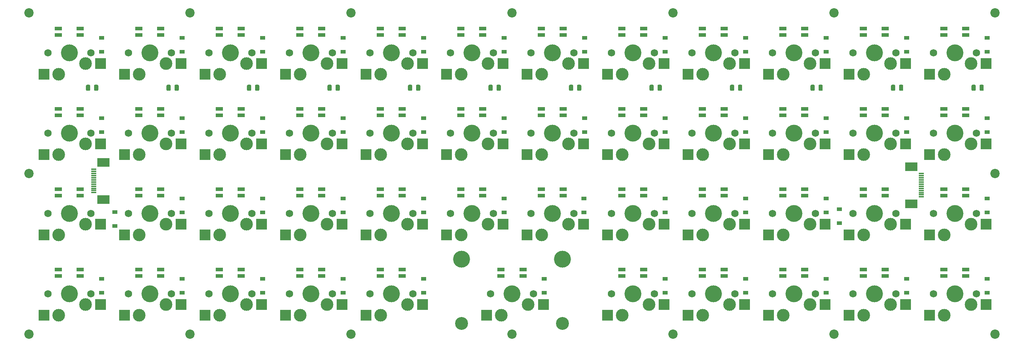
<source format=gbr>
%TF.GenerationSoftware,KiCad,Pcbnew,(5.1.10)-1*%
%TF.CreationDate,2021-09-28T16:44:32-06:00*%
%TF.ProjectId,MX47,4d583437-2e6b-4696-9361-645f70636258,rev?*%
%TF.SameCoordinates,Original*%
%TF.FileFunction,Soldermask,Bot*%
%TF.FilePolarity,Negative*%
%FSLAX46Y46*%
G04 Gerber Fmt 4.6, Leading zero omitted, Abs format (unit mm)*
G04 Created by KiCad (PCBNEW (5.1.10)-1) date 2021-09-28 16:44:32*
%MOMM*%
%LPD*%
G01*
G04 APERTURE LIST*
%ADD10R,1.800000X0.900000*%
%ADD11C,3.050000*%
%ADD12C,4.000000*%
%ADD13R,2.550000X2.500000*%
%ADD14C,3.000000*%
%ADD15C,1.750000*%
%ADD16C,2.200000*%
%ADD17R,3.000000X2.000000*%
%ADD18R,1.300000X0.300000*%
%ADD19R,1.200000X0.900000*%
G04 APERTURE END LIST*
D10*
%TO.C,U42*%
X163135000Y-111040000D03*
X163135000Y-112540000D03*
X168335000Y-111040000D03*
X168335000Y-112540000D03*
D11*
X153797000Y-123840000D03*
D12*
X153797000Y-108600000D03*
X177673000Y-108600000D03*
D11*
X177673000Y-123840000D03*
D13*
X159720000Y-121920000D03*
X173145000Y-119380000D03*
D14*
X163195000Y-121920000D03*
X169545000Y-119380000D03*
D15*
X160655000Y-116840000D03*
X170815000Y-116840000D03*
D12*
X165735000Y-116840000D03*
%TD*%
D16*
%TO.C,H16*%
X280035000Y-88265000D03*
%TD*%
%TO.C,H15*%
X241935000Y-126365000D03*
%TD*%
%TO.C,H14*%
X165735000Y-126365000D03*
%TD*%
%TO.C,H13*%
X89535000Y-126365000D03*
%TD*%
%TO.C,H12*%
X241935000Y-50165000D03*
%TD*%
%TO.C,H11*%
X165735000Y-50165000D03*
%TD*%
%TO.C,H10*%
X89535000Y-50165000D03*
%TD*%
%TO.C,H9*%
X51435000Y-88265000D03*
%TD*%
D17*
%TO.C,J2*%
X69064000Y-94443000D03*
X69064000Y-85643000D03*
D18*
X66714000Y-87293000D03*
X66714000Y-87793000D03*
X66714000Y-88293000D03*
X66714000Y-88793000D03*
X66714000Y-89293000D03*
X66714000Y-89793000D03*
X66714000Y-90293000D03*
X66714000Y-90793000D03*
X66714000Y-91293000D03*
X66714000Y-91793000D03*
X66714000Y-92293000D03*
X66714000Y-92793000D03*
%TD*%
D17*
%TO.C,J1*%
X260247000Y-86659000D03*
X260247000Y-95459000D03*
D18*
X262597000Y-93809000D03*
X262597000Y-93309000D03*
X262597000Y-92809000D03*
X262597000Y-92309000D03*
X262597000Y-91809000D03*
X262597000Y-91309000D03*
X262597000Y-90809000D03*
X262597000Y-90309000D03*
X262597000Y-89809000D03*
X262597000Y-89309000D03*
X262597000Y-88809000D03*
X262597000Y-88309000D03*
%TD*%
%TO.C,C12*%
G36*
G01*
X276355000Y-68420000D02*
X276355000Y-67470000D01*
G75*
G02*
X276605000Y-67220000I250000J0D01*
G01*
X277105000Y-67220000D01*
G75*
G02*
X277355000Y-67470000I0J-250000D01*
G01*
X277355000Y-68420000D01*
G75*
G02*
X277105000Y-68670000I-250000J0D01*
G01*
X276605000Y-68670000D01*
G75*
G02*
X276355000Y-68420000I0J250000D01*
G01*
G37*
G36*
G01*
X274455000Y-68420000D02*
X274455000Y-67470000D01*
G75*
G02*
X274705000Y-67220000I250000J0D01*
G01*
X275205000Y-67220000D01*
G75*
G02*
X275455000Y-67470000I0J-250000D01*
G01*
X275455000Y-68420000D01*
G75*
G02*
X275205000Y-68670000I-250000J0D01*
G01*
X274705000Y-68670000D01*
G75*
G02*
X274455000Y-68420000I0J250000D01*
G01*
G37*
%TD*%
%TO.C,C11*%
G36*
G01*
X257305000Y-68420000D02*
X257305000Y-67470000D01*
G75*
G02*
X257555000Y-67220000I250000J0D01*
G01*
X258055000Y-67220000D01*
G75*
G02*
X258305000Y-67470000I0J-250000D01*
G01*
X258305000Y-68420000D01*
G75*
G02*
X258055000Y-68670000I-250000J0D01*
G01*
X257555000Y-68670000D01*
G75*
G02*
X257305000Y-68420000I0J250000D01*
G01*
G37*
G36*
G01*
X255405000Y-68420000D02*
X255405000Y-67470000D01*
G75*
G02*
X255655000Y-67220000I250000J0D01*
G01*
X256155000Y-67220000D01*
G75*
G02*
X256405000Y-67470000I0J-250000D01*
G01*
X256405000Y-68420000D01*
G75*
G02*
X256155000Y-68670000I-250000J0D01*
G01*
X255655000Y-68670000D01*
G75*
G02*
X255405000Y-68420000I0J250000D01*
G01*
G37*
%TD*%
%TO.C,C10*%
G36*
G01*
X238255000Y-68420000D02*
X238255000Y-67470000D01*
G75*
G02*
X238505000Y-67220000I250000J0D01*
G01*
X239005000Y-67220000D01*
G75*
G02*
X239255000Y-67470000I0J-250000D01*
G01*
X239255000Y-68420000D01*
G75*
G02*
X239005000Y-68670000I-250000J0D01*
G01*
X238505000Y-68670000D01*
G75*
G02*
X238255000Y-68420000I0J250000D01*
G01*
G37*
G36*
G01*
X236355000Y-68420000D02*
X236355000Y-67470000D01*
G75*
G02*
X236605000Y-67220000I250000J0D01*
G01*
X237105000Y-67220000D01*
G75*
G02*
X237355000Y-67470000I0J-250000D01*
G01*
X237355000Y-68420000D01*
G75*
G02*
X237105000Y-68670000I-250000J0D01*
G01*
X236605000Y-68670000D01*
G75*
G02*
X236355000Y-68420000I0J250000D01*
G01*
G37*
%TD*%
%TO.C,C9*%
G36*
G01*
X219205000Y-68420000D02*
X219205000Y-67470000D01*
G75*
G02*
X219455000Y-67220000I250000J0D01*
G01*
X219955000Y-67220000D01*
G75*
G02*
X220205000Y-67470000I0J-250000D01*
G01*
X220205000Y-68420000D01*
G75*
G02*
X219955000Y-68670000I-250000J0D01*
G01*
X219455000Y-68670000D01*
G75*
G02*
X219205000Y-68420000I0J250000D01*
G01*
G37*
G36*
G01*
X217305000Y-68420000D02*
X217305000Y-67470000D01*
G75*
G02*
X217555000Y-67220000I250000J0D01*
G01*
X218055000Y-67220000D01*
G75*
G02*
X218305000Y-67470000I0J-250000D01*
G01*
X218305000Y-68420000D01*
G75*
G02*
X218055000Y-68670000I-250000J0D01*
G01*
X217555000Y-68670000D01*
G75*
G02*
X217305000Y-68420000I0J250000D01*
G01*
G37*
%TD*%
%TO.C,C8*%
G36*
G01*
X200160000Y-68420000D02*
X200160000Y-67470000D01*
G75*
G02*
X200410000Y-67220000I250000J0D01*
G01*
X200910000Y-67220000D01*
G75*
G02*
X201160000Y-67470000I0J-250000D01*
G01*
X201160000Y-68420000D01*
G75*
G02*
X200910000Y-68670000I-250000J0D01*
G01*
X200410000Y-68670000D01*
G75*
G02*
X200160000Y-68420000I0J250000D01*
G01*
G37*
G36*
G01*
X198260000Y-68420000D02*
X198260000Y-67470000D01*
G75*
G02*
X198510000Y-67220000I250000J0D01*
G01*
X199010000Y-67220000D01*
G75*
G02*
X199260000Y-67470000I0J-250000D01*
G01*
X199260000Y-68420000D01*
G75*
G02*
X199010000Y-68670000I-250000J0D01*
G01*
X198510000Y-68670000D01*
G75*
G02*
X198260000Y-68420000I0J250000D01*
G01*
G37*
%TD*%
%TO.C,C7*%
G36*
G01*
X181110000Y-68420000D02*
X181110000Y-67470000D01*
G75*
G02*
X181360000Y-67220000I250000J0D01*
G01*
X181860000Y-67220000D01*
G75*
G02*
X182110000Y-67470000I0J-250000D01*
G01*
X182110000Y-68420000D01*
G75*
G02*
X181860000Y-68670000I-250000J0D01*
G01*
X181360000Y-68670000D01*
G75*
G02*
X181110000Y-68420000I0J250000D01*
G01*
G37*
G36*
G01*
X179210000Y-68420000D02*
X179210000Y-67470000D01*
G75*
G02*
X179460000Y-67220000I250000J0D01*
G01*
X179960000Y-67220000D01*
G75*
G02*
X180210000Y-67470000I0J-250000D01*
G01*
X180210000Y-68420000D01*
G75*
G02*
X179960000Y-68670000I-250000J0D01*
G01*
X179460000Y-68670000D01*
G75*
G02*
X179210000Y-68420000I0J250000D01*
G01*
G37*
%TD*%
%TO.C,C6*%
G36*
G01*
X162060000Y-68420000D02*
X162060000Y-67470000D01*
G75*
G02*
X162310000Y-67220000I250000J0D01*
G01*
X162810000Y-67220000D01*
G75*
G02*
X163060000Y-67470000I0J-250000D01*
G01*
X163060000Y-68420000D01*
G75*
G02*
X162810000Y-68670000I-250000J0D01*
G01*
X162310000Y-68670000D01*
G75*
G02*
X162060000Y-68420000I0J250000D01*
G01*
G37*
G36*
G01*
X160160000Y-68420000D02*
X160160000Y-67470000D01*
G75*
G02*
X160410000Y-67220000I250000J0D01*
G01*
X160910000Y-67220000D01*
G75*
G02*
X161160000Y-67470000I0J-250000D01*
G01*
X161160000Y-68420000D01*
G75*
G02*
X160910000Y-68670000I-250000J0D01*
G01*
X160410000Y-68670000D01*
G75*
G02*
X160160000Y-68420000I0J250000D01*
G01*
G37*
%TD*%
%TO.C,C5*%
G36*
G01*
X143010000Y-68420000D02*
X143010000Y-67470000D01*
G75*
G02*
X143260000Y-67220000I250000J0D01*
G01*
X143760000Y-67220000D01*
G75*
G02*
X144010000Y-67470000I0J-250000D01*
G01*
X144010000Y-68420000D01*
G75*
G02*
X143760000Y-68670000I-250000J0D01*
G01*
X143260000Y-68670000D01*
G75*
G02*
X143010000Y-68420000I0J250000D01*
G01*
G37*
G36*
G01*
X141110000Y-68420000D02*
X141110000Y-67470000D01*
G75*
G02*
X141360000Y-67220000I250000J0D01*
G01*
X141860000Y-67220000D01*
G75*
G02*
X142110000Y-67470000I0J-250000D01*
G01*
X142110000Y-68420000D01*
G75*
G02*
X141860000Y-68670000I-250000J0D01*
G01*
X141360000Y-68670000D01*
G75*
G02*
X141110000Y-68420000I0J250000D01*
G01*
G37*
%TD*%
%TO.C,C4*%
G36*
G01*
X123960000Y-68420000D02*
X123960000Y-67470000D01*
G75*
G02*
X124210000Y-67220000I250000J0D01*
G01*
X124710000Y-67220000D01*
G75*
G02*
X124960000Y-67470000I0J-250000D01*
G01*
X124960000Y-68420000D01*
G75*
G02*
X124710000Y-68670000I-250000J0D01*
G01*
X124210000Y-68670000D01*
G75*
G02*
X123960000Y-68420000I0J250000D01*
G01*
G37*
G36*
G01*
X122060000Y-68420000D02*
X122060000Y-67470000D01*
G75*
G02*
X122310000Y-67220000I250000J0D01*
G01*
X122810000Y-67220000D01*
G75*
G02*
X123060000Y-67470000I0J-250000D01*
G01*
X123060000Y-68420000D01*
G75*
G02*
X122810000Y-68670000I-250000J0D01*
G01*
X122310000Y-68670000D01*
G75*
G02*
X122060000Y-68420000I0J250000D01*
G01*
G37*
%TD*%
%TO.C,C3*%
G36*
G01*
X104910000Y-68420000D02*
X104910000Y-67470000D01*
G75*
G02*
X105160000Y-67220000I250000J0D01*
G01*
X105660000Y-67220000D01*
G75*
G02*
X105910000Y-67470000I0J-250000D01*
G01*
X105910000Y-68420000D01*
G75*
G02*
X105660000Y-68670000I-250000J0D01*
G01*
X105160000Y-68670000D01*
G75*
G02*
X104910000Y-68420000I0J250000D01*
G01*
G37*
G36*
G01*
X103010000Y-68420000D02*
X103010000Y-67470000D01*
G75*
G02*
X103260000Y-67220000I250000J0D01*
G01*
X103760000Y-67220000D01*
G75*
G02*
X104010000Y-67470000I0J-250000D01*
G01*
X104010000Y-68420000D01*
G75*
G02*
X103760000Y-68670000I-250000J0D01*
G01*
X103260000Y-68670000D01*
G75*
G02*
X103010000Y-68420000I0J250000D01*
G01*
G37*
%TD*%
%TO.C,C2*%
G36*
G01*
X85860000Y-68420000D02*
X85860000Y-67470000D01*
G75*
G02*
X86110000Y-67220000I250000J0D01*
G01*
X86610000Y-67220000D01*
G75*
G02*
X86860000Y-67470000I0J-250000D01*
G01*
X86860000Y-68420000D01*
G75*
G02*
X86610000Y-68670000I-250000J0D01*
G01*
X86110000Y-68670000D01*
G75*
G02*
X85860000Y-68420000I0J250000D01*
G01*
G37*
G36*
G01*
X83960000Y-68420000D02*
X83960000Y-67470000D01*
G75*
G02*
X84210000Y-67220000I250000J0D01*
G01*
X84710000Y-67220000D01*
G75*
G02*
X84960000Y-67470000I0J-250000D01*
G01*
X84960000Y-68420000D01*
G75*
G02*
X84710000Y-68670000I-250000J0D01*
G01*
X84210000Y-68670000D01*
G75*
G02*
X83960000Y-68420000I0J250000D01*
G01*
G37*
%TD*%
%TO.C,C1*%
G36*
G01*
X66810000Y-68420000D02*
X66810000Y-67470000D01*
G75*
G02*
X67060000Y-67220000I250000J0D01*
G01*
X67560000Y-67220000D01*
G75*
G02*
X67810000Y-67470000I0J-250000D01*
G01*
X67810000Y-68420000D01*
G75*
G02*
X67560000Y-68670000I-250000J0D01*
G01*
X67060000Y-68670000D01*
G75*
G02*
X66810000Y-68420000I0J250000D01*
G01*
G37*
G36*
G01*
X64910000Y-68420000D02*
X64910000Y-67470000D01*
G75*
G02*
X65160000Y-67220000I250000J0D01*
G01*
X65660000Y-67220000D01*
G75*
G02*
X65910000Y-67470000I0J-250000D01*
G01*
X65910000Y-68420000D01*
G75*
G02*
X65660000Y-68670000I-250000J0D01*
G01*
X65160000Y-68670000D01*
G75*
G02*
X64910000Y-68420000I0J250000D01*
G01*
G37*
%TD*%
D10*
%TO.C,U47*%
X267910000Y-111040000D03*
X267910000Y-112540000D03*
X273110000Y-111040000D03*
X273110000Y-112540000D03*
D13*
X264495000Y-121920000D03*
X277920000Y-119380000D03*
D14*
X267970000Y-121920000D03*
X274320000Y-119380000D03*
D15*
X265430000Y-116840000D03*
X275590000Y-116840000D03*
D12*
X270510000Y-116840000D03*
%TD*%
D10*
%TO.C,U46*%
X248860000Y-111040000D03*
X248860000Y-112540000D03*
X254060000Y-111040000D03*
X254060000Y-112540000D03*
D13*
X245445000Y-121920000D03*
X258870000Y-119380000D03*
D14*
X248920000Y-121920000D03*
X255270000Y-119380000D03*
D15*
X246380000Y-116840000D03*
X256540000Y-116840000D03*
D12*
X251460000Y-116840000D03*
%TD*%
D10*
%TO.C,U45*%
X229810000Y-111040000D03*
X229810000Y-112540000D03*
X235010000Y-111040000D03*
X235010000Y-112540000D03*
D13*
X226395000Y-121920000D03*
X239820000Y-119380000D03*
D14*
X229870000Y-121920000D03*
X236220000Y-119380000D03*
D15*
X227330000Y-116840000D03*
X237490000Y-116840000D03*
D12*
X232410000Y-116840000D03*
%TD*%
D10*
%TO.C,U44*%
X210760000Y-111040000D03*
X210760000Y-112540000D03*
X215960000Y-111040000D03*
X215960000Y-112540000D03*
D13*
X207345000Y-121920000D03*
X220770000Y-119380000D03*
D14*
X210820000Y-121920000D03*
X217170000Y-119380000D03*
D15*
X208280000Y-116840000D03*
X218440000Y-116840000D03*
D12*
X213360000Y-116840000D03*
%TD*%
D10*
%TO.C,U43*%
X191710000Y-111040000D03*
X191710000Y-112540000D03*
X196910000Y-111040000D03*
X196910000Y-112540000D03*
D13*
X188295000Y-121920000D03*
X201720000Y-119380000D03*
D14*
X191770000Y-121920000D03*
X198120000Y-119380000D03*
D15*
X189230000Y-116840000D03*
X199390000Y-116840000D03*
D12*
X194310000Y-116840000D03*
%TD*%
D10*
%TO.C,U41*%
X134560000Y-111040000D03*
X134560000Y-112540000D03*
X139760000Y-111040000D03*
X139760000Y-112540000D03*
D13*
X131145000Y-121920000D03*
X144570000Y-119380000D03*
D14*
X134620000Y-121920000D03*
X140970000Y-119380000D03*
D15*
X132080000Y-116840000D03*
X142240000Y-116840000D03*
D12*
X137160000Y-116840000D03*
%TD*%
D10*
%TO.C,U40*%
X115510000Y-111040000D03*
X115510000Y-112540000D03*
X120710000Y-111040000D03*
X120710000Y-112540000D03*
D13*
X112095000Y-121920000D03*
X125520000Y-119380000D03*
D14*
X115570000Y-121920000D03*
X121920000Y-119380000D03*
D15*
X113030000Y-116840000D03*
X123190000Y-116840000D03*
D12*
X118110000Y-116840000D03*
%TD*%
D10*
%TO.C,U39*%
X96460000Y-111040000D03*
X96460000Y-112540000D03*
X101660000Y-111040000D03*
X101660000Y-112540000D03*
D13*
X93045000Y-121920000D03*
X106470000Y-119380000D03*
D14*
X96520000Y-121920000D03*
X102870000Y-119380000D03*
D15*
X93980000Y-116840000D03*
X104140000Y-116840000D03*
D12*
X99060000Y-116840000D03*
%TD*%
D10*
%TO.C,U38*%
X77410000Y-111040000D03*
X77410000Y-112540000D03*
X82610000Y-111040000D03*
X82610000Y-112540000D03*
D13*
X73995000Y-121920000D03*
X87420000Y-119380000D03*
D14*
X77470000Y-121920000D03*
X83820000Y-119380000D03*
D15*
X74930000Y-116840000D03*
X85090000Y-116840000D03*
D12*
X80010000Y-116840000D03*
%TD*%
D10*
%TO.C,U37*%
X58360000Y-111040000D03*
X58360000Y-112540000D03*
X63560000Y-111040000D03*
X63560000Y-112540000D03*
D13*
X54945000Y-121920000D03*
X68370000Y-119380000D03*
D14*
X58420000Y-121920000D03*
X64770000Y-119380000D03*
D15*
X55880000Y-116840000D03*
X66040000Y-116840000D03*
D12*
X60960000Y-116840000D03*
%TD*%
D10*
%TO.C,U36*%
X267910000Y-91990000D03*
X267910000Y-93490000D03*
X273110000Y-91990000D03*
X273110000Y-93490000D03*
D13*
X264495000Y-102870000D03*
X277920000Y-100330000D03*
D14*
X267970000Y-102870000D03*
X274320000Y-100330000D03*
D15*
X265430000Y-97790000D03*
X275590000Y-97790000D03*
D12*
X270510000Y-97790000D03*
%TD*%
D10*
%TO.C,U35*%
X248860000Y-91990000D03*
X248860000Y-93490000D03*
X254060000Y-91990000D03*
X254060000Y-93490000D03*
D13*
X245445000Y-102870000D03*
X258870000Y-100330000D03*
D14*
X248920000Y-102870000D03*
X255270000Y-100330000D03*
D15*
X246380000Y-97790000D03*
X256540000Y-97790000D03*
D12*
X251460000Y-97790000D03*
%TD*%
D10*
%TO.C,U34*%
X229810000Y-91990000D03*
X229810000Y-93490000D03*
X235010000Y-91990000D03*
X235010000Y-93490000D03*
D13*
X226395000Y-102870000D03*
X239820000Y-100330000D03*
D14*
X229870000Y-102870000D03*
X236220000Y-100330000D03*
D15*
X227330000Y-97790000D03*
X237490000Y-97790000D03*
D12*
X232410000Y-97790000D03*
%TD*%
D10*
%TO.C,U33*%
X210760000Y-91990000D03*
X210760000Y-93490000D03*
X215960000Y-91990000D03*
X215960000Y-93490000D03*
D13*
X207345000Y-102870000D03*
X220770000Y-100330000D03*
D14*
X210820000Y-102870000D03*
X217170000Y-100330000D03*
D15*
X208280000Y-97790000D03*
X218440000Y-97790000D03*
D12*
X213360000Y-97790000D03*
%TD*%
D10*
%TO.C,U32*%
X191710000Y-91990000D03*
X191710000Y-93490000D03*
X196910000Y-91990000D03*
X196910000Y-93490000D03*
D13*
X188295000Y-102870000D03*
X201720000Y-100330000D03*
D14*
X191770000Y-102870000D03*
X198120000Y-100330000D03*
D15*
X189230000Y-97790000D03*
X199390000Y-97790000D03*
D12*
X194310000Y-97790000D03*
%TD*%
D10*
%TO.C,U31*%
X172660000Y-91990000D03*
X172660000Y-93490000D03*
X177860000Y-91990000D03*
X177860000Y-93490000D03*
D13*
X169245000Y-102870000D03*
X182670000Y-100330000D03*
D14*
X172720000Y-102870000D03*
X179070000Y-100330000D03*
D15*
X170180000Y-97790000D03*
X180340000Y-97790000D03*
D12*
X175260000Y-97790000D03*
%TD*%
D10*
%TO.C,U30*%
X153610000Y-91990000D03*
X153610000Y-93490000D03*
X158810000Y-91990000D03*
X158810000Y-93490000D03*
D13*
X150195000Y-102870000D03*
X163620000Y-100330000D03*
D14*
X153670000Y-102870000D03*
X160020000Y-100330000D03*
D15*
X151130000Y-97790000D03*
X161290000Y-97790000D03*
D12*
X156210000Y-97790000D03*
%TD*%
D10*
%TO.C,U29*%
X134560000Y-91990000D03*
X134560000Y-93490000D03*
X139760000Y-91990000D03*
X139760000Y-93490000D03*
D13*
X131145000Y-102870000D03*
X144570000Y-100330000D03*
D14*
X134620000Y-102870000D03*
X140970000Y-100330000D03*
D15*
X132080000Y-97790000D03*
X142240000Y-97790000D03*
D12*
X137160000Y-97790000D03*
%TD*%
D10*
%TO.C,U28*%
X115510000Y-91990000D03*
X115510000Y-93490000D03*
X120710000Y-91990000D03*
X120710000Y-93490000D03*
D13*
X112095000Y-102870000D03*
X125520000Y-100330000D03*
D14*
X115570000Y-102870000D03*
X121920000Y-100330000D03*
D15*
X113030000Y-97790000D03*
X123190000Y-97790000D03*
D12*
X118110000Y-97790000D03*
%TD*%
D10*
%TO.C,U27*%
X96460000Y-91990000D03*
X96460000Y-93490000D03*
X101660000Y-91990000D03*
X101660000Y-93490000D03*
D13*
X93045000Y-102870000D03*
X106470000Y-100330000D03*
D14*
X96520000Y-102870000D03*
X102870000Y-100330000D03*
D15*
X93980000Y-97790000D03*
X104140000Y-97790000D03*
D12*
X99060000Y-97790000D03*
%TD*%
D10*
%TO.C,U26*%
X77410000Y-91990000D03*
X77410000Y-93490000D03*
X82610000Y-91990000D03*
X82610000Y-93490000D03*
D13*
X73995000Y-102870000D03*
X87420000Y-100330000D03*
D14*
X77470000Y-102870000D03*
X83820000Y-100330000D03*
D15*
X74930000Y-97790000D03*
X85090000Y-97790000D03*
D12*
X80010000Y-97790000D03*
%TD*%
D10*
%TO.C,U25*%
X58360000Y-91990000D03*
X58360000Y-93490000D03*
X63560000Y-91990000D03*
X63560000Y-93490000D03*
D13*
X54945000Y-102870000D03*
X68370000Y-100330000D03*
D14*
X58420000Y-102870000D03*
X64770000Y-100330000D03*
D15*
X55880000Y-97790000D03*
X66040000Y-97790000D03*
D12*
X60960000Y-97790000D03*
%TD*%
D10*
%TO.C,U24*%
X267910000Y-72940000D03*
X267910000Y-74440000D03*
X273110000Y-72940000D03*
X273110000Y-74440000D03*
D13*
X264495000Y-83820000D03*
X277920000Y-81280000D03*
D14*
X267970000Y-83820000D03*
X274320000Y-81280000D03*
D15*
X265430000Y-78740000D03*
X275590000Y-78740000D03*
D12*
X270510000Y-78740000D03*
%TD*%
D10*
%TO.C,U23*%
X248860000Y-72940000D03*
X248860000Y-74440000D03*
X254060000Y-72940000D03*
X254060000Y-74440000D03*
D13*
X245445000Y-83820000D03*
X258870000Y-81280000D03*
D14*
X248920000Y-83820000D03*
X255270000Y-81280000D03*
D15*
X246380000Y-78740000D03*
X256540000Y-78740000D03*
D12*
X251460000Y-78740000D03*
%TD*%
D10*
%TO.C,U22*%
X229810000Y-72940000D03*
X229810000Y-74440000D03*
X235010000Y-72940000D03*
X235010000Y-74440000D03*
D13*
X226395000Y-83820000D03*
X239820000Y-81280000D03*
D14*
X229870000Y-83820000D03*
X236220000Y-81280000D03*
D15*
X227330000Y-78740000D03*
X237490000Y-78740000D03*
D12*
X232410000Y-78740000D03*
%TD*%
D10*
%TO.C,U21*%
X210760000Y-72940000D03*
X210760000Y-74440000D03*
X215960000Y-72940000D03*
X215960000Y-74440000D03*
D13*
X207345000Y-83820000D03*
X220770000Y-81280000D03*
D14*
X210820000Y-83820000D03*
X217170000Y-81280000D03*
D15*
X208280000Y-78740000D03*
X218440000Y-78740000D03*
D12*
X213360000Y-78740000D03*
%TD*%
D10*
%TO.C,U20*%
X191710000Y-72940000D03*
X191710000Y-74440000D03*
X196910000Y-72940000D03*
X196910000Y-74440000D03*
D13*
X188295000Y-83820000D03*
X201720000Y-81280000D03*
D14*
X191770000Y-83820000D03*
X198120000Y-81280000D03*
D15*
X189230000Y-78740000D03*
X199390000Y-78740000D03*
D12*
X194310000Y-78740000D03*
%TD*%
D10*
%TO.C,U19*%
X172660000Y-72940000D03*
X172660000Y-74440000D03*
X177860000Y-72940000D03*
X177860000Y-74440000D03*
D13*
X169245000Y-83820000D03*
X182670000Y-81280000D03*
D14*
X172720000Y-83820000D03*
X179070000Y-81280000D03*
D15*
X170180000Y-78740000D03*
X180340000Y-78740000D03*
D12*
X175260000Y-78740000D03*
%TD*%
D10*
%TO.C,U18*%
X153610000Y-72940000D03*
X153610000Y-74440000D03*
X158810000Y-72940000D03*
X158810000Y-74440000D03*
D13*
X150195000Y-83820000D03*
X163620000Y-81280000D03*
D14*
X153670000Y-83820000D03*
X160020000Y-81280000D03*
D15*
X151130000Y-78740000D03*
X161290000Y-78740000D03*
D12*
X156210000Y-78740000D03*
%TD*%
D10*
%TO.C,U17*%
X134560000Y-72940000D03*
X134560000Y-74440000D03*
X139760000Y-72940000D03*
X139760000Y-74440000D03*
D13*
X131145000Y-83820000D03*
X144570000Y-81280000D03*
D14*
X134620000Y-83820000D03*
X140970000Y-81280000D03*
D15*
X132080000Y-78740000D03*
X142240000Y-78740000D03*
D12*
X137160000Y-78740000D03*
%TD*%
D10*
%TO.C,U16*%
X115510000Y-72940000D03*
X115510000Y-74440000D03*
X120710000Y-72940000D03*
X120710000Y-74440000D03*
D13*
X112095000Y-83820000D03*
X125520000Y-81280000D03*
D14*
X115570000Y-83820000D03*
X121920000Y-81280000D03*
D15*
X113030000Y-78740000D03*
X123190000Y-78740000D03*
D12*
X118110000Y-78740000D03*
%TD*%
D10*
%TO.C,U15*%
X96460000Y-72940000D03*
X96460000Y-74440000D03*
X101660000Y-72940000D03*
X101660000Y-74440000D03*
D13*
X93045000Y-83820000D03*
X106470000Y-81280000D03*
D14*
X96520000Y-83820000D03*
X102870000Y-81280000D03*
D15*
X93980000Y-78740000D03*
X104140000Y-78740000D03*
D12*
X99060000Y-78740000D03*
%TD*%
D10*
%TO.C,U14*%
X77410000Y-72940000D03*
X77410000Y-74440000D03*
X82610000Y-72940000D03*
X82610000Y-74440000D03*
D13*
X73995000Y-83820000D03*
X87420000Y-81280000D03*
D14*
X77470000Y-83820000D03*
X83820000Y-81280000D03*
D15*
X74930000Y-78740000D03*
X85090000Y-78740000D03*
D12*
X80010000Y-78740000D03*
%TD*%
D10*
%TO.C,U13*%
X58360000Y-72940000D03*
X58360000Y-74440000D03*
X63560000Y-72940000D03*
X63560000Y-74440000D03*
D13*
X54945000Y-83820000D03*
X68370000Y-81280000D03*
D14*
X58420000Y-83820000D03*
X64770000Y-81280000D03*
D15*
X55880000Y-78740000D03*
X66040000Y-78740000D03*
D12*
X60960000Y-78740000D03*
%TD*%
D10*
%TO.C,U12*%
X267910000Y-53890000D03*
X267910000Y-55390000D03*
X273110000Y-53890000D03*
X273110000Y-55390000D03*
D13*
X264495000Y-64770000D03*
X277920000Y-62230000D03*
D14*
X267970000Y-64770000D03*
X274320000Y-62230000D03*
D15*
X265430000Y-59690000D03*
X275590000Y-59690000D03*
D12*
X270510000Y-59690000D03*
%TD*%
D10*
%TO.C,U11*%
X248860000Y-53890000D03*
X248860000Y-55390000D03*
X254060000Y-53890000D03*
X254060000Y-55390000D03*
D13*
X245445000Y-64770000D03*
X258870000Y-62230000D03*
D14*
X248920000Y-64770000D03*
X255270000Y-62230000D03*
D15*
X246380000Y-59690000D03*
X256540000Y-59690000D03*
D12*
X251460000Y-59690000D03*
%TD*%
D10*
%TO.C,U10*%
X229810000Y-53890000D03*
X229810000Y-55390000D03*
X235010000Y-53890000D03*
X235010000Y-55390000D03*
D13*
X226395000Y-64770000D03*
X239820000Y-62230000D03*
D14*
X229870000Y-64770000D03*
X236220000Y-62230000D03*
D15*
X227330000Y-59690000D03*
X237490000Y-59690000D03*
D12*
X232410000Y-59690000D03*
%TD*%
D10*
%TO.C,U9*%
X210760000Y-53890000D03*
X210760000Y-55390000D03*
X215960000Y-53890000D03*
X215960000Y-55390000D03*
D13*
X207345000Y-64770000D03*
X220770000Y-62230000D03*
D14*
X210820000Y-64770000D03*
X217170000Y-62230000D03*
D15*
X208280000Y-59690000D03*
X218440000Y-59690000D03*
D12*
X213360000Y-59690000D03*
%TD*%
D10*
%TO.C,U8*%
X191710000Y-53890000D03*
X191710000Y-55390000D03*
X196910000Y-53890000D03*
X196910000Y-55390000D03*
D13*
X188295000Y-64770000D03*
X201720000Y-62230000D03*
D14*
X191770000Y-64770000D03*
X198120000Y-62230000D03*
D15*
X189230000Y-59690000D03*
X199390000Y-59690000D03*
D12*
X194310000Y-59690000D03*
%TD*%
D10*
%TO.C,U7*%
X172660000Y-53890000D03*
X172660000Y-55390000D03*
X177860000Y-53890000D03*
X177860000Y-55390000D03*
D13*
X169245000Y-64770000D03*
X182670000Y-62230000D03*
D14*
X172720000Y-64770000D03*
X179070000Y-62230000D03*
D15*
X170180000Y-59690000D03*
X180340000Y-59690000D03*
D12*
X175260000Y-59690000D03*
%TD*%
D10*
%TO.C,U6*%
X153610000Y-53890000D03*
X153610000Y-55390000D03*
X158810000Y-53890000D03*
X158810000Y-55390000D03*
D13*
X150195000Y-64770000D03*
X163620000Y-62230000D03*
D14*
X153670000Y-64770000D03*
X160020000Y-62230000D03*
D15*
X151130000Y-59690000D03*
X161290000Y-59690000D03*
D12*
X156210000Y-59690000D03*
%TD*%
D10*
%TO.C,U5*%
X134560000Y-53890000D03*
X134560000Y-55390000D03*
X139760000Y-53890000D03*
X139760000Y-55390000D03*
D13*
X131145000Y-64770000D03*
X144570000Y-62230000D03*
D14*
X134620000Y-64770000D03*
X140970000Y-62230000D03*
D15*
X132080000Y-59690000D03*
X142240000Y-59690000D03*
D12*
X137160000Y-59690000D03*
%TD*%
D10*
%TO.C,U4*%
X115510000Y-53890000D03*
X115510000Y-55390000D03*
X120710000Y-53890000D03*
X120710000Y-55390000D03*
D13*
X112095000Y-64770000D03*
X125520000Y-62230000D03*
D14*
X115570000Y-64770000D03*
X121920000Y-62230000D03*
D15*
X113030000Y-59690000D03*
X123190000Y-59690000D03*
D12*
X118110000Y-59690000D03*
%TD*%
D10*
%TO.C,U3*%
X96460000Y-53890000D03*
X96460000Y-55390000D03*
X101660000Y-53890000D03*
X101660000Y-55390000D03*
D13*
X93045000Y-64770000D03*
X106470000Y-62230000D03*
D14*
X96520000Y-64770000D03*
X102870000Y-62230000D03*
D15*
X93980000Y-59690000D03*
X104140000Y-59690000D03*
D12*
X99060000Y-59690000D03*
%TD*%
D10*
%TO.C,U2*%
X77410000Y-53890000D03*
X77410000Y-55390000D03*
X82610000Y-53890000D03*
X82610000Y-55390000D03*
D13*
X73995000Y-64770000D03*
X87420000Y-62230000D03*
D14*
X77470000Y-64770000D03*
X83820000Y-62230000D03*
D15*
X74930000Y-59690000D03*
X85090000Y-59690000D03*
D12*
X80010000Y-59690000D03*
%TD*%
D10*
%TO.C,U1*%
X58360000Y-53890000D03*
X58360000Y-55390000D03*
X63560000Y-53890000D03*
X63560000Y-55390000D03*
D13*
X54945000Y-64770000D03*
X68370000Y-62230000D03*
D14*
X58420000Y-64770000D03*
X64770000Y-62230000D03*
D15*
X55880000Y-59690000D03*
X66040000Y-59690000D03*
D12*
X60960000Y-59690000D03*
%TD*%
D16*
%TO.C,H8*%
X280035000Y-126365000D03*
%TD*%
%TO.C,H4*%
X203835000Y-126365000D03*
%TD*%
%TO.C,H7*%
X127635000Y-126365000D03*
%TD*%
%TO.C,H3*%
X51435000Y-126365000D03*
%TD*%
%TO.C,H6*%
X280035000Y-50165000D03*
%TD*%
%TO.C,H2*%
X203835000Y-50165000D03*
%TD*%
%TO.C,H5*%
X127635000Y-50165000D03*
%TD*%
%TO.C,H1*%
X51435000Y-50165000D03*
%TD*%
D19*
%TO.C,D1*%
X68580000Y-56135000D03*
X68580000Y-59435000D03*
%TD*%
%TO.C,D13*%
X68580000Y-75185000D03*
X68580000Y-78485000D03*
%TD*%
%TO.C,D25*%
X71755000Y-100710000D03*
X71755000Y-97410000D03*
%TD*%
%TO.C,D37*%
X68580000Y-116585000D03*
X68580000Y-113285000D03*
%TD*%
%TO.C,D2*%
X87630000Y-56135000D03*
X87630000Y-59435000D03*
%TD*%
%TO.C,D14*%
X87630000Y-78485000D03*
X87630000Y-75185000D03*
%TD*%
%TO.C,D26*%
X87630000Y-94235000D03*
X87630000Y-97535000D03*
%TD*%
%TO.C,D38*%
X87630000Y-113285000D03*
X87630000Y-116585000D03*
%TD*%
%TO.C,D3*%
X106680000Y-59435000D03*
X106680000Y-56135000D03*
%TD*%
%TO.C,D15*%
X106680000Y-78485000D03*
X106680000Y-75185000D03*
%TD*%
%TO.C,D27*%
X106680000Y-97535000D03*
X106680000Y-94235000D03*
%TD*%
%TO.C,D39*%
X106680000Y-116585000D03*
X106680000Y-113285000D03*
%TD*%
%TO.C,D4*%
X125730000Y-56135000D03*
X125730000Y-59435000D03*
%TD*%
%TO.C,D16*%
X125730000Y-78485000D03*
X125730000Y-75185000D03*
%TD*%
%TO.C,D28*%
X125730000Y-94235000D03*
X125730000Y-97535000D03*
%TD*%
%TO.C,D40*%
X125730000Y-113285000D03*
X125730000Y-116585000D03*
%TD*%
%TO.C,D5*%
X144780000Y-56135000D03*
X144780000Y-59435000D03*
%TD*%
%TO.C,D17*%
X144780000Y-78485000D03*
X144780000Y-75185000D03*
%TD*%
%TO.C,D29*%
X144780000Y-97535000D03*
X144780000Y-94235000D03*
%TD*%
%TO.C,D41*%
X144780000Y-116585000D03*
X144780000Y-113285000D03*
%TD*%
%TO.C,D6*%
X163830000Y-56135000D03*
X163830000Y-59435000D03*
%TD*%
%TO.C,D18*%
X163830000Y-75185000D03*
X163830000Y-78485000D03*
%TD*%
%TO.C,D30*%
X163830000Y-94235000D03*
X163830000Y-97535000D03*
%TD*%
%TO.C,D42*%
X173355000Y-113285000D03*
X173355000Y-116585000D03*
%TD*%
%TO.C,D7*%
X182880000Y-56135000D03*
X182880000Y-59435000D03*
%TD*%
%TO.C,D19*%
X182880000Y-78485000D03*
X182880000Y-75185000D03*
%TD*%
%TO.C,D31*%
X182753000Y-97535000D03*
X182753000Y-94235000D03*
%TD*%
%TO.C,D8*%
X201930000Y-56135000D03*
X201930000Y-59435000D03*
%TD*%
%TO.C,D20*%
X201930000Y-75185000D03*
X201930000Y-78485000D03*
%TD*%
%TO.C,D32*%
X201930000Y-94235000D03*
X201930000Y-97535000D03*
%TD*%
%TO.C,D43*%
X201930000Y-116585000D03*
X201930000Y-113285000D03*
%TD*%
%TO.C,D9*%
X220980000Y-59435000D03*
X220980000Y-56135000D03*
%TD*%
%TO.C,D21*%
X220980000Y-78485000D03*
X220980000Y-75185000D03*
%TD*%
%TO.C,D33*%
X220980000Y-97535000D03*
X220980000Y-94235000D03*
%TD*%
%TO.C,D44*%
X220980000Y-113285000D03*
X220980000Y-116585000D03*
%TD*%
%TO.C,D10*%
X240030000Y-59435000D03*
X240030000Y-56135000D03*
%TD*%
%TO.C,D22*%
X240030000Y-75185000D03*
X240030000Y-78485000D03*
%TD*%
%TO.C,D34*%
X240030000Y-94235000D03*
X240030000Y-97535000D03*
%TD*%
%TO.C,D45*%
X240030000Y-116585000D03*
X240030000Y-113285000D03*
%TD*%
%TO.C,D11*%
X259080000Y-59435000D03*
X259080000Y-56135000D03*
%TD*%
%TO.C,D23*%
X259080000Y-78485000D03*
X259080000Y-75185000D03*
%TD*%
%TO.C,D35*%
X243205000Y-100075000D03*
X243205000Y-96775000D03*
%TD*%
%TO.C,D46*%
X259080000Y-113285000D03*
X259080000Y-116585000D03*
%TD*%
%TO.C,D12*%
X278130000Y-56135000D03*
X278130000Y-59435000D03*
%TD*%
%TO.C,D24*%
X278130000Y-75185000D03*
X278130000Y-78485000D03*
%TD*%
%TO.C,D36*%
X278130000Y-94235000D03*
X278130000Y-97535000D03*
%TD*%
%TO.C,D47*%
X278130000Y-116585000D03*
X278130000Y-113285000D03*
%TD*%
M02*

</source>
